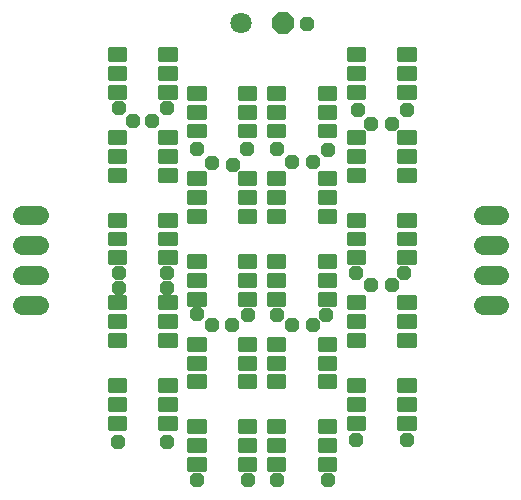
<source format=gts>
G75*
%MOIN*%
%OFA0B0*%
%FSLAX25Y25*%
%IPPOS*%
%LPD*%
%AMOC8*
5,1,8,0,0,1.08239X$1,22.5*
%
%ADD10C,0.01214*%
%ADD11C,0.06400*%
%ADD12OC8,0.07100*%
%ADD13C,0.07100*%
%ADD14OC8,0.04762*%
D10*
X0071944Y0030098D02*
X0077080Y0030098D01*
X0071944Y0030098D02*
X0071944Y0033738D01*
X0077080Y0033738D01*
X0077080Y0030098D01*
X0077080Y0031311D02*
X0071944Y0031311D01*
X0071944Y0032524D02*
X0077080Y0032524D01*
X0077080Y0033737D02*
X0071944Y0033737D01*
X0071944Y0036397D02*
X0077080Y0036397D01*
X0071944Y0036397D02*
X0071944Y0040037D01*
X0077080Y0040037D01*
X0077080Y0036397D01*
X0077080Y0037610D02*
X0071944Y0037610D01*
X0071944Y0038823D02*
X0077080Y0038823D01*
X0077080Y0040036D02*
X0071944Y0040036D01*
X0071944Y0042697D02*
X0077080Y0042697D01*
X0071944Y0042697D02*
X0071944Y0046337D01*
X0077080Y0046337D01*
X0077080Y0042697D01*
X0077080Y0043910D02*
X0071944Y0043910D01*
X0071944Y0045123D02*
X0077080Y0045123D01*
X0077080Y0046336D02*
X0071944Y0046336D01*
X0067434Y0043878D02*
X0062298Y0043878D01*
X0062298Y0047518D01*
X0067434Y0047518D01*
X0067434Y0043878D01*
X0067434Y0045091D02*
X0062298Y0045091D01*
X0062298Y0046304D02*
X0067434Y0046304D01*
X0067434Y0047517D02*
X0062298Y0047517D01*
X0062298Y0050177D02*
X0067434Y0050177D01*
X0062298Y0050177D02*
X0062298Y0053817D01*
X0067434Y0053817D01*
X0067434Y0050177D01*
X0067434Y0051390D02*
X0062298Y0051390D01*
X0062298Y0052603D02*
X0067434Y0052603D01*
X0067434Y0053816D02*
X0062298Y0053816D01*
X0062298Y0056476D02*
X0067434Y0056476D01*
X0062298Y0056476D02*
X0062298Y0060116D01*
X0067434Y0060116D01*
X0067434Y0056476D01*
X0067434Y0057689D02*
X0062298Y0057689D01*
X0062298Y0058902D02*
X0067434Y0058902D01*
X0067434Y0060115D02*
X0062298Y0060115D01*
X0071944Y0061297D02*
X0077080Y0061297D01*
X0077080Y0057657D01*
X0071944Y0057657D01*
X0071944Y0061297D01*
X0071944Y0058870D02*
X0077080Y0058870D01*
X0077080Y0060083D02*
X0071944Y0060083D01*
X0071944Y0061296D02*
X0077080Y0061296D01*
X0077080Y0067596D02*
X0071944Y0067596D01*
X0077080Y0067596D02*
X0077080Y0063956D01*
X0071944Y0063956D01*
X0071944Y0067596D01*
X0071944Y0065169D02*
X0077080Y0065169D01*
X0077080Y0066382D02*
X0071944Y0066382D01*
X0071944Y0067595D02*
X0077080Y0067595D01*
X0077080Y0073896D02*
X0071944Y0073896D01*
X0077080Y0073896D02*
X0077080Y0070256D01*
X0071944Y0070256D01*
X0071944Y0073896D01*
X0071944Y0071469D02*
X0077080Y0071469D01*
X0077080Y0072682D02*
X0071944Y0072682D01*
X0071944Y0073895D02*
X0077080Y0073895D01*
X0067434Y0075077D02*
X0062298Y0075077D01*
X0067434Y0075077D02*
X0067434Y0071437D01*
X0062298Y0071437D01*
X0062298Y0075077D01*
X0062298Y0072650D02*
X0067434Y0072650D01*
X0067434Y0073863D02*
X0062298Y0073863D01*
X0062298Y0075076D02*
X0067434Y0075076D01*
X0067434Y0081376D02*
X0062298Y0081376D01*
X0067434Y0081376D02*
X0067434Y0077736D01*
X0062298Y0077736D01*
X0062298Y0081376D01*
X0062298Y0078949D02*
X0067434Y0078949D01*
X0067434Y0080162D02*
X0062298Y0080162D01*
X0062298Y0081375D02*
X0067434Y0081375D01*
X0067434Y0087675D02*
X0062298Y0087675D01*
X0067434Y0087675D02*
X0067434Y0084035D01*
X0062298Y0084035D01*
X0062298Y0087675D01*
X0062298Y0085248D02*
X0067434Y0085248D01*
X0067434Y0086461D02*
X0062298Y0086461D01*
X0062298Y0087674D02*
X0067434Y0087674D01*
X0071944Y0085216D02*
X0077080Y0085216D01*
X0071944Y0085216D02*
X0071944Y0088856D01*
X0077080Y0088856D01*
X0077080Y0085216D01*
X0077080Y0086429D02*
X0071944Y0086429D01*
X0071944Y0087642D02*
X0077080Y0087642D01*
X0077080Y0088855D02*
X0071944Y0088855D01*
X0071944Y0091515D02*
X0077080Y0091515D01*
X0071944Y0091515D02*
X0071944Y0095155D01*
X0077080Y0095155D01*
X0077080Y0091515D01*
X0077080Y0092728D02*
X0071944Y0092728D01*
X0071944Y0093941D02*
X0077080Y0093941D01*
X0077080Y0095154D02*
X0071944Y0095154D01*
X0071944Y0097815D02*
X0077080Y0097815D01*
X0071944Y0097815D02*
X0071944Y0101455D01*
X0077080Y0101455D01*
X0077080Y0097815D01*
X0077080Y0099028D02*
X0071944Y0099028D01*
X0071944Y0100241D02*
X0077080Y0100241D01*
X0077080Y0101454D02*
X0071944Y0101454D01*
X0067434Y0098996D02*
X0062298Y0098996D01*
X0062298Y0102636D01*
X0067434Y0102636D01*
X0067434Y0098996D01*
X0067434Y0100209D02*
X0062298Y0100209D01*
X0062298Y0101422D02*
X0067434Y0101422D01*
X0067434Y0102635D02*
X0062298Y0102635D01*
X0062298Y0105295D02*
X0067434Y0105295D01*
X0062298Y0105295D02*
X0062298Y0108935D01*
X0067434Y0108935D01*
X0067434Y0105295D01*
X0067434Y0106508D02*
X0062298Y0106508D01*
X0062298Y0107721D02*
X0067434Y0107721D01*
X0067434Y0108934D02*
X0062298Y0108934D01*
X0062298Y0111594D02*
X0067434Y0111594D01*
X0062298Y0111594D02*
X0062298Y0115234D01*
X0067434Y0115234D01*
X0067434Y0111594D01*
X0067434Y0112807D02*
X0062298Y0112807D01*
X0062298Y0114020D02*
X0067434Y0114020D01*
X0067434Y0115233D02*
X0062298Y0115233D01*
X0071944Y0116415D02*
X0077080Y0116415D01*
X0077080Y0112775D01*
X0071944Y0112775D01*
X0071944Y0116415D01*
X0071944Y0113988D02*
X0077080Y0113988D01*
X0077080Y0115201D02*
X0071944Y0115201D01*
X0071944Y0116414D02*
X0077080Y0116414D01*
X0077080Y0122714D02*
X0071944Y0122714D01*
X0077080Y0122714D02*
X0077080Y0119074D01*
X0071944Y0119074D01*
X0071944Y0122714D01*
X0071944Y0120287D02*
X0077080Y0120287D01*
X0077080Y0121500D02*
X0071944Y0121500D01*
X0071944Y0122713D02*
X0077080Y0122713D01*
X0077080Y0129014D02*
X0071944Y0129014D01*
X0077080Y0129014D02*
X0077080Y0125374D01*
X0071944Y0125374D01*
X0071944Y0129014D01*
X0071944Y0126587D02*
X0077080Y0126587D01*
X0077080Y0127800D02*
X0071944Y0127800D01*
X0071944Y0129013D02*
X0077080Y0129013D01*
X0067434Y0130195D02*
X0062298Y0130195D01*
X0067434Y0130195D02*
X0067434Y0126555D01*
X0062298Y0126555D01*
X0062298Y0130195D01*
X0062298Y0127768D02*
X0067434Y0127768D01*
X0067434Y0128981D02*
X0062298Y0128981D01*
X0062298Y0130194D02*
X0067434Y0130194D01*
X0067434Y0136494D02*
X0062298Y0136494D01*
X0067434Y0136494D02*
X0067434Y0132854D01*
X0062298Y0132854D01*
X0062298Y0136494D01*
X0062298Y0134067D02*
X0067434Y0134067D01*
X0067434Y0135280D02*
X0062298Y0135280D01*
X0062298Y0136493D02*
X0067434Y0136493D01*
X0067434Y0142793D02*
X0062298Y0142793D01*
X0067434Y0142793D02*
X0067434Y0139153D01*
X0062298Y0139153D01*
X0062298Y0142793D01*
X0062298Y0140366D02*
X0067434Y0140366D01*
X0067434Y0141579D02*
X0062298Y0141579D01*
X0062298Y0142792D02*
X0067434Y0142792D01*
X0071944Y0141319D02*
X0077080Y0141319D01*
X0071944Y0141319D02*
X0071944Y0144959D01*
X0077080Y0144959D01*
X0077080Y0141319D01*
X0077080Y0142532D02*
X0071944Y0142532D01*
X0071944Y0143745D02*
X0077080Y0143745D01*
X0077080Y0144958D02*
X0071944Y0144958D01*
X0071944Y0147618D02*
X0077080Y0147618D01*
X0071944Y0147618D02*
X0071944Y0151258D01*
X0077080Y0151258D01*
X0077080Y0147618D01*
X0077080Y0148831D02*
X0071944Y0148831D01*
X0071944Y0150044D02*
X0077080Y0150044D01*
X0077080Y0151257D02*
X0071944Y0151257D01*
X0071944Y0153917D02*
X0077080Y0153917D01*
X0071944Y0153917D02*
X0071944Y0157557D01*
X0077080Y0157557D01*
X0077080Y0153917D01*
X0077080Y0155130D02*
X0071944Y0155130D01*
X0071944Y0156343D02*
X0077080Y0156343D01*
X0077080Y0157556D02*
X0071944Y0157556D01*
X0067434Y0154114D02*
X0062298Y0154114D01*
X0062298Y0157754D01*
X0067434Y0157754D01*
X0067434Y0154114D01*
X0067434Y0155327D02*
X0062298Y0155327D01*
X0062298Y0156540D02*
X0067434Y0156540D01*
X0067434Y0157753D02*
X0062298Y0157753D01*
X0062298Y0160413D02*
X0067434Y0160413D01*
X0062298Y0160413D02*
X0062298Y0164053D01*
X0067434Y0164053D01*
X0067434Y0160413D01*
X0067434Y0161626D02*
X0062298Y0161626D01*
X0062298Y0162839D02*
X0067434Y0162839D01*
X0067434Y0164052D02*
X0062298Y0164052D01*
X0062298Y0166712D02*
X0067434Y0166712D01*
X0062298Y0166712D02*
X0062298Y0170352D01*
X0067434Y0170352D01*
X0067434Y0166712D01*
X0067434Y0167925D02*
X0062298Y0167925D01*
X0062298Y0169138D02*
X0067434Y0169138D01*
X0067434Y0170351D02*
X0062298Y0170351D01*
X0050505Y0166712D02*
X0045369Y0166712D01*
X0045369Y0170352D01*
X0050505Y0170352D01*
X0050505Y0166712D01*
X0050505Y0167925D02*
X0045369Y0167925D01*
X0045369Y0169138D02*
X0050505Y0169138D01*
X0050505Y0170351D02*
X0045369Y0170351D01*
X0045369Y0160413D02*
X0050505Y0160413D01*
X0045369Y0160413D02*
X0045369Y0164053D01*
X0050505Y0164053D01*
X0050505Y0160413D01*
X0050505Y0161626D02*
X0045369Y0161626D01*
X0045369Y0162839D02*
X0050505Y0162839D01*
X0050505Y0164052D02*
X0045369Y0164052D01*
X0045369Y0154114D02*
X0050505Y0154114D01*
X0045369Y0154114D02*
X0045369Y0157754D01*
X0050505Y0157754D01*
X0050505Y0154114D01*
X0050505Y0155327D02*
X0045369Y0155327D01*
X0045369Y0156540D02*
X0050505Y0156540D01*
X0050505Y0157753D02*
X0045369Y0157753D01*
X0045369Y0142793D02*
X0050505Y0142793D01*
X0050505Y0139153D01*
X0045369Y0139153D01*
X0045369Y0142793D01*
X0045369Y0140366D02*
X0050505Y0140366D01*
X0050505Y0141579D02*
X0045369Y0141579D01*
X0045369Y0142792D02*
X0050505Y0142792D01*
X0050505Y0136494D02*
X0045369Y0136494D01*
X0050505Y0136494D02*
X0050505Y0132854D01*
X0045369Y0132854D01*
X0045369Y0136494D01*
X0045369Y0134067D02*
X0050505Y0134067D01*
X0050505Y0135280D02*
X0045369Y0135280D01*
X0045369Y0136493D02*
X0050505Y0136493D01*
X0050505Y0130195D02*
X0045369Y0130195D01*
X0050505Y0130195D02*
X0050505Y0126555D01*
X0045369Y0126555D01*
X0045369Y0130195D01*
X0045369Y0127768D02*
X0050505Y0127768D01*
X0050505Y0128981D02*
X0045369Y0128981D01*
X0045369Y0130194D02*
X0050505Y0130194D01*
X0050505Y0111594D02*
X0045369Y0111594D01*
X0045369Y0115234D01*
X0050505Y0115234D01*
X0050505Y0111594D01*
X0050505Y0112807D02*
X0045369Y0112807D01*
X0045369Y0114020D02*
X0050505Y0114020D01*
X0050505Y0115233D02*
X0045369Y0115233D01*
X0045369Y0105295D02*
X0050505Y0105295D01*
X0045369Y0105295D02*
X0045369Y0108935D01*
X0050505Y0108935D01*
X0050505Y0105295D01*
X0050505Y0106508D02*
X0045369Y0106508D01*
X0045369Y0107721D02*
X0050505Y0107721D01*
X0050505Y0108934D02*
X0045369Y0108934D01*
X0045369Y0098996D02*
X0050505Y0098996D01*
X0045369Y0098996D02*
X0045369Y0102636D01*
X0050505Y0102636D01*
X0050505Y0098996D01*
X0050505Y0100209D02*
X0045369Y0100209D01*
X0045369Y0101422D02*
X0050505Y0101422D01*
X0050505Y0102635D02*
X0045369Y0102635D01*
X0045369Y0087675D02*
X0050505Y0087675D01*
X0050505Y0084035D01*
X0045369Y0084035D01*
X0045369Y0087675D01*
X0045369Y0085248D02*
X0050505Y0085248D01*
X0050505Y0086461D02*
X0045369Y0086461D01*
X0045369Y0087674D02*
X0050505Y0087674D01*
X0050505Y0081376D02*
X0045369Y0081376D01*
X0050505Y0081376D02*
X0050505Y0077736D01*
X0045369Y0077736D01*
X0045369Y0081376D01*
X0045369Y0078949D02*
X0050505Y0078949D01*
X0050505Y0080162D02*
X0045369Y0080162D01*
X0045369Y0081375D02*
X0050505Y0081375D01*
X0050505Y0075077D02*
X0045369Y0075077D01*
X0050505Y0075077D02*
X0050505Y0071437D01*
X0045369Y0071437D01*
X0045369Y0075077D01*
X0045369Y0072650D02*
X0050505Y0072650D01*
X0050505Y0073863D02*
X0045369Y0073863D01*
X0045369Y0075076D02*
X0050505Y0075076D01*
X0050505Y0056476D02*
X0045369Y0056476D01*
X0045369Y0060116D01*
X0050505Y0060116D01*
X0050505Y0056476D01*
X0050505Y0057689D02*
X0045369Y0057689D01*
X0045369Y0058902D02*
X0050505Y0058902D01*
X0050505Y0060115D02*
X0045369Y0060115D01*
X0045369Y0050177D02*
X0050505Y0050177D01*
X0045369Y0050177D02*
X0045369Y0053817D01*
X0050505Y0053817D01*
X0050505Y0050177D01*
X0050505Y0051390D02*
X0045369Y0051390D01*
X0045369Y0052603D02*
X0050505Y0052603D01*
X0050505Y0053816D02*
X0045369Y0053816D01*
X0045369Y0043878D02*
X0050505Y0043878D01*
X0045369Y0043878D02*
X0045369Y0047518D01*
X0050505Y0047518D01*
X0050505Y0043878D01*
X0050505Y0045091D02*
X0045369Y0045091D01*
X0045369Y0046304D02*
X0050505Y0046304D01*
X0050505Y0047517D02*
X0045369Y0047517D01*
X0088873Y0042697D02*
X0094009Y0042697D01*
X0088873Y0042697D02*
X0088873Y0046337D01*
X0094009Y0046337D01*
X0094009Y0042697D01*
X0094009Y0043910D02*
X0088873Y0043910D01*
X0088873Y0045123D02*
X0094009Y0045123D01*
X0094009Y0046336D02*
X0088873Y0046336D01*
X0088873Y0036397D02*
X0094009Y0036397D01*
X0088873Y0036397D02*
X0088873Y0040037D01*
X0094009Y0040037D01*
X0094009Y0036397D01*
X0094009Y0037610D02*
X0088873Y0037610D01*
X0088873Y0038823D02*
X0094009Y0038823D01*
X0094009Y0040036D02*
X0088873Y0040036D01*
X0098519Y0036397D02*
X0103655Y0036397D01*
X0098519Y0036397D02*
X0098519Y0040037D01*
X0103655Y0040037D01*
X0103655Y0036397D01*
X0103655Y0037610D02*
X0098519Y0037610D01*
X0098519Y0038823D02*
X0103655Y0038823D01*
X0103655Y0040036D02*
X0098519Y0040036D01*
X0098519Y0042697D02*
X0103655Y0042697D01*
X0098519Y0042697D02*
X0098519Y0046337D01*
X0103655Y0046337D01*
X0103655Y0042697D01*
X0103655Y0043910D02*
X0098519Y0043910D01*
X0098519Y0045123D02*
X0103655Y0045123D01*
X0103655Y0046336D02*
X0098519Y0046336D01*
X0115448Y0042697D02*
X0120584Y0042697D01*
X0115448Y0042697D02*
X0115448Y0046337D01*
X0120584Y0046337D01*
X0120584Y0042697D01*
X0120584Y0043910D02*
X0115448Y0043910D01*
X0115448Y0045123D02*
X0120584Y0045123D01*
X0120584Y0046336D02*
X0115448Y0046336D01*
X0115448Y0036397D02*
X0120584Y0036397D01*
X0115448Y0036397D02*
X0115448Y0040037D01*
X0120584Y0040037D01*
X0120584Y0036397D01*
X0120584Y0037610D02*
X0115448Y0037610D01*
X0115448Y0038823D02*
X0120584Y0038823D01*
X0120584Y0040036D02*
X0115448Y0040036D01*
X0125093Y0043878D02*
X0130229Y0043878D01*
X0125093Y0043878D02*
X0125093Y0047518D01*
X0130229Y0047518D01*
X0130229Y0043878D01*
X0130229Y0045091D02*
X0125093Y0045091D01*
X0125093Y0046304D02*
X0130229Y0046304D01*
X0130229Y0047517D02*
X0125093Y0047517D01*
X0125093Y0050177D02*
X0130229Y0050177D01*
X0125093Y0050177D02*
X0125093Y0053817D01*
X0130229Y0053817D01*
X0130229Y0050177D01*
X0130229Y0051390D02*
X0125093Y0051390D01*
X0125093Y0052603D02*
X0130229Y0052603D01*
X0130229Y0053816D02*
X0125093Y0053816D01*
X0125093Y0056476D02*
X0130229Y0056476D01*
X0125093Y0056476D02*
X0125093Y0060116D01*
X0130229Y0060116D01*
X0130229Y0056476D01*
X0130229Y0057689D02*
X0125093Y0057689D01*
X0125093Y0058902D02*
X0130229Y0058902D01*
X0130229Y0060115D02*
X0125093Y0060115D01*
X0120584Y0061297D02*
X0115448Y0061297D01*
X0120584Y0061297D02*
X0120584Y0057657D01*
X0115448Y0057657D01*
X0115448Y0061297D01*
X0115448Y0058870D02*
X0120584Y0058870D01*
X0120584Y0060083D02*
X0115448Y0060083D01*
X0115448Y0061296D02*
X0120584Y0061296D01*
X0120584Y0067596D02*
X0115448Y0067596D01*
X0120584Y0067596D02*
X0120584Y0063956D01*
X0115448Y0063956D01*
X0115448Y0067596D01*
X0115448Y0065169D02*
X0120584Y0065169D01*
X0120584Y0066382D02*
X0115448Y0066382D01*
X0115448Y0067595D02*
X0120584Y0067595D01*
X0120584Y0073896D02*
X0115448Y0073896D01*
X0120584Y0073896D02*
X0120584Y0070256D01*
X0115448Y0070256D01*
X0115448Y0073896D01*
X0115448Y0071469D02*
X0120584Y0071469D01*
X0120584Y0072682D02*
X0115448Y0072682D01*
X0115448Y0073895D02*
X0120584Y0073895D01*
X0125093Y0075077D02*
X0130229Y0075077D01*
X0130229Y0071437D01*
X0125093Y0071437D01*
X0125093Y0075077D01*
X0125093Y0072650D02*
X0130229Y0072650D01*
X0130229Y0073863D02*
X0125093Y0073863D01*
X0125093Y0075076D02*
X0130229Y0075076D01*
X0130229Y0081376D02*
X0125093Y0081376D01*
X0130229Y0081376D02*
X0130229Y0077736D01*
X0125093Y0077736D01*
X0125093Y0081376D01*
X0125093Y0078949D02*
X0130229Y0078949D01*
X0130229Y0080162D02*
X0125093Y0080162D01*
X0125093Y0081375D02*
X0130229Y0081375D01*
X0130229Y0087675D02*
X0125093Y0087675D01*
X0130229Y0087675D02*
X0130229Y0084035D01*
X0125093Y0084035D01*
X0125093Y0087675D01*
X0125093Y0085248D02*
X0130229Y0085248D01*
X0130229Y0086461D02*
X0125093Y0086461D01*
X0125093Y0087674D02*
X0130229Y0087674D01*
X0120584Y0085216D02*
X0115448Y0085216D01*
X0115448Y0088856D01*
X0120584Y0088856D01*
X0120584Y0085216D01*
X0120584Y0086429D02*
X0115448Y0086429D01*
X0115448Y0087642D02*
X0120584Y0087642D01*
X0120584Y0088855D02*
X0115448Y0088855D01*
X0115448Y0091515D02*
X0120584Y0091515D01*
X0115448Y0091515D02*
X0115448Y0095155D01*
X0120584Y0095155D01*
X0120584Y0091515D01*
X0120584Y0092728D02*
X0115448Y0092728D01*
X0115448Y0093941D02*
X0120584Y0093941D01*
X0120584Y0095154D02*
X0115448Y0095154D01*
X0115448Y0097815D02*
X0120584Y0097815D01*
X0115448Y0097815D02*
X0115448Y0101455D01*
X0120584Y0101455D01*
X0120584Y0097815D01*
X0120584Y0099028D02*
X0115448Y0099028D01*
X0115448Y0100241D02*
X0120584Y0100241D01*
X0120584Y0101454D02*
X0115448Y0101454D01*
X0125093Y0098996D02*
X0130229Y0098996D01*
X0125093Y0098996D02*
X0125093Y0102636D01*
X0130229Y0102636D01*
X0130229Y0098996D01*
X0130229Y0100209D02*
X0125093Y0100209D01*
X0125093Y0101422D02*
X0130229Y0101422D01*
X0130229Y0102635D02*
X0125093Y0102635D01*
X0125093Y0105295D02*
X0130229Y0105295D01*
X0125093Y0105295D02*
X0125093Y0108935D01*
X0130229Y0108935D01*
X0130229Y0105295D01*
X0130229Y0106508D02*
X0125093Y0106508D01*
X0125093Y0107721D02*
X0130229Y0107721D01*
X0130229Y0108934D02*
X0125093Y0108934D01*
X0125093Y0111594D02*
X0130229Y0111594D01*
X0125093Y0111594D02*
X0125093Y0115234D01*
X0130229Y0115234D01*
X0130229Y0111594D01*
X0130229Y0112807D02*
X0125093Y0112807D01*
X0125093Y0114020D02*
X0130229Y0114020D01*
X0130229Y0115233D02*
X0125093Y0115233D01*
X0120584Y0116415D02*
X0115448Y0116415D01*
X0120584Y0116415D02*
X0120584Y0112775D01*
X0115448Y0112775D01*
X0115448Y0116415D01*
X0115448Y0113988D02*
X0120584Y0113988D01*
X0120584Y0115201D02*
X0115448Y0115201D01*
X0115448Y0116414D02*
X0120584Y0116414D01*
X0120584Y0122714D02*
X0115448Y0122714D01*
X0120584Y0122714D02*
X0120584Y0119074D01*
X0115448Y0119074D01*
X0115448Y0122714D01*
X0115448Y0120287D02*
X0120584Y0120287D01*
X0120584Y0121500D02*
X0115448Y0121500D01*
X0115448Y0122713D02*
X0120584Y0122713D01*
X0120584Y0129014D02*
X0115448Y0129014D01*
X0120584Y0129014D02*
X0120584Y0125374D01*
X0115448Y0125374D01*
X0115448Y0129014D01*
X0115448Y0126587D02*
X0120584Y0126587D01*
X0120584Y0127800D02*
X0115448Y0127800D01*
X0115448Y0129013D02*
X0120584Y0129013D01*
X0125093Y0130195D02*
X0130229Y0130195D01*
X0130229Y0126555D01*
X0125093Y0126555D01*
X0125093Y0130195D01*
X0125093Y0127768D02*
X0130229Y0127768D01*
X0130229Y0128981D02*
X0125093Y0128981D01*
X0125093Y0130194D02*
X0130229Y0130194D01*
X0130229Y0136494D02*
X0125093Y0136494D01*
X0130229Y0136494D02*
X0130229Y0132854D01*
X0125093Y0132854D01*
X0125093Y0136494D01*
X0125093Y0134067D02*
X0130229Y0134067D01*
X0130229Y0135280D02*
X0125093Y0135280D01*
X0125093Y0136493D02*
X0130229Y0136493D01*
X0130229Y0142793D02*
X0125093Y0142793D01*
X0130229Y0142793D02*
X0130229Y0139153D01*
X0125093Y0139153D01*
X0125093Y0142793D01*
X0125093Y0140366D02*
X0130229Y0140366D01*
X0130229Y0141579D02*
X0125093Y0141579D01*
X0125093Y0142792D02*
X0130229Y0142792D01*
X0120584Y0141319D02*
X0115448Y0141319D01*
X0115448Y0144959D01*
X0120584Y0144959D01*
X0120584Y0141319D01*
X0120584Y0142532D02*
X0115448Y0142532D01*
X0115448Y0143745D02*
X0120584Y0143745D01*
X0120584Y0144958D02*
X0115448Y0144958D01*
X0115448Y0147618D02*
X0120584Y0147618D01*
X0115448Y0147618D02*
X0115448Y0151258D01*
X0120584Y0151258D01*
X0120584Y0147618D01*
X0120584Y0148831D02*
X0115448Y0148831D01*
X0115448Y0150044D02*
X0120584Y0150044D01*
X0120584Y0151257D02*
X0115448Y0151257D01*
X0115448Y0153917D02*
X0120584Y0153917D01*
X0115448Y0153917D02*
X0115448Y0157557D01*
X0120584Y0157557D01*
X0120584Y0153917D01*
X0120584Y0155130D02*
X0115448Y0155130D01*
X0115448Y0156343D02*
X0120584Y0156343D01*
X0120584Y0157556D02*
X0115448Y0157556D01*
X0125093Y0154114D02*
X0130229Y0154114D01*
X0125093Y0154114D02*
X0125093Y0157754D01*
X0130229Y0157754D01*
X0130229Y0154114D01*
X0130229Y0155327D02*
X0125093Y0155327D01*
X0125093Y0156540D02*
X0130229Y0156540D01*
X0130229Y0157753D02*
X0125093Y0157753D01*
X0125093Y0160413D02*
X0130229Y0160413D01*
X0125093Y0160413D02*
X0125093Y0164053D01*
X0130229Y0164053D01*
X0130229Y0160413D01*
X0130229Y0161626D02*
X0125093Y0161626D01*
X0125093Y0162839D02*
X0130229Y0162839D01*
X0130229Y0164052D02*
X0125093Y0164052D01*
X0125093Y0166712D02*
X0130229Y0166712D01*
X0125093Y0166712D02*
X0125093Y0170352D01*
X0130229Y0170352D01*
X0130229Y0166712D01*
X0130229Y0167925D02*
X0125093Y0167925D01*
X0125093Y0169138D02*
X0130229Y0169138D01*
X0130229Y0170351D02*
X0125093Y0170351D01*
X0142023Y0166712D02*
X0147159Y0166712D01*
X0142023Y0166712D02*
X0142023Y0170352D01*
X0147159Y0170352D01*
X0147159Y0166712D01*
X0147159Y0167925D02*
X0142023Y0167925D01*
X0142023Y0169138D02*
X0147159Y0169138D01*
X0147159Y0170351D02*
X0142023Y0170351D01*
X0142023Y0160413D02*
X0147159Y0160413D01*
X0142023Y0160413D02*
X0142023Y0164053D01*
X0147159Y0164053D01*
X0147159Y0160413D01*
X0147159Y0161626D02*
X0142023Y0161626D01*
X0142023Y0162839D02*
X0147159Y0162839D01*
X0147159Y0164052D02*
X0142023Y0164052D01*
X0142023Y0154114D02*
X0147159Y0154114D01*
X0142023Y0154114D02*
X0142023Y0157754D01*
X0147159Y0157754D01*
X0147159Y0154114D01*
X0147159Y0155327D02*
X0142023Y0155327D01*
X0142023Y0156540D02*
X0147159Y0156540D01*
X0147159Y0157753D02*
X0142023Y0157753D01*
X0142023Y0142793D02*
X0147159Y0142793D01*
X0147159Y0139153D01*
X0142023Y0139153D01*
X0142023Y0142793D01*
X0142023Y0140366D02*
X0147159Y0140366D01*
X0147159Y0141579D02*
X0142023Y0141579D01*
X0142023Y0142792D02*
X0147159Y0142792D01*
X0147159Y0136494D02*
X0142023Y0136494D01*
X0147159Y0136494D02*
X0147159Y0132854D01*
X0142023Y0132854D01*
X0142023Y0136494D01*
X0142023Y0134067D02*
X0147159Y0134067D01*
X0147159Y0135280D02*
X0142023Y0135280D01*
X0142023Y0136493D02*
X0147159Y0136493D01*
X0147159Y0130195D02*
X0142023Y0130195D01*
X0147159Y0130195D02*
X0147159Y0126555D01*
X0142023Y0126555D01*
X0142023Y0130195D01*
X0142023Y0127768D02*
X0147159Y0127768D01*
X0147159Y0128981D02*
X0142023Y0128981D01*
X0142023Y0130194D02*
X0147159Y0130194D01*
X0147159Y0111594D02*
X0142023Y0111594D01*
X0142023Y0115234D01*
X0147159Y0115234D01*
X0147159Y0111594D01*
X0147159Y0112807D02*
X0142023Y0112807D01*
X0142023Y0114020D02*
X0147159Y0114020D01*
X0147159Y0115233D02*
X0142023Y0115233D01*
X0142023Y0105295D02*
X0147159Y0105295D01*
X0142023Y0105295D02*
X0142023Y0108935D01*
X0147159Y0108935D01*
X0147159Y0105295D01*
X0147159Y0106508D02*
X0142023Y0106508D01*
X0142023Y0107721D02*
X0147159Y0107721D01*
X0147159Y0108934D02*
X0142023Y0108934D01*
X0142023Y0098996D02*
X0147159Y0098996D01*
X0142023Y0098996D02*
X0142023Y0102636D01*
X0147159Y0102636D01*
X0147159Y0098996D01*
X0147159Y0100209D02*
X0142023Y0100209D01*
X0142023Y0101422D02*
X0147159Y0101422D01*
X0147159Y0102635D02*
X0142023Y0102635D01*
X0142023Y0087675D02*
X0147159Y0087675D01*
X0147159Y0084035D01*
X0142023Y0084035D01*
X0142023Y0087675D01*
X0142023Y0085248D02*
X0147159Y0085248D01*
X0147159Y0086461D02*
X0142023Y0086461D01*
X0142023Y0087674D02*
X0147159Y0087674D01*
X0147159Y0081376D02*
X0142023Y0081376D01*
X0147159Y0081376D02*
X0147159Y0077736D01*
X0142023Y0077736D01*
X0142023Y0081376D01*
X0142023Y0078949D02*
X0147159Y0078949D01*
X0147159Y0080162D02*
X0142023Y0080162D01*
X0142023Y0081375D02*
X0147159Y0081375D01*
X0147159Y0075077D02*
X0142023Y0075077D01*
X0147159Y0075077D02*
X0147159Y0071437D01*
X0142023Y0071437D01*
X0142023Y0075077D01*
X0142023Y0072650D02*
X0147159Y0072650D01*
X0147159Y0073863D02*
X0142023Y0073863D01*
X0142023Y0075076D02*
X0147159Y0075076D01*
X0147159Y0056476D02*
X0142023Y0056476D01*
X0142023Y0060116D01*
X0147159Y0060116D01*
X0147159Y0056476D01*
X0147159Y0057689D02*
X0142023Y0057689D01*
X0142023Y0058902D02*
X0147159Y0058902D01*
X0147159Y0060115D02*
X0142023Y0060115D01*
X0142023Y0050177D02*
X0147159Y0050177D01*
X0142023Y0050177D02*
X0142023Y0053817D01*
X0147159Y0053817D01*
X0147159Y0050177D01*
X0147159Y0051390D02*
X0142023Y0051390D01*
X0142023Y0052603D02*
X0147159Y0052603D01*
X0147159Y0053816D02*
X0142023Y0053816D01*
X0142023Y0043878D02*
X0147159Y0043878D01*
X0142023Y0043878D02*
X0142023Y0047518D01*
X0147159Y0047518D01*
X0147159Y0043878D01*
X0147159Y0045091D02*
X0142023Y0045091D01*
X0142023Y0046304D02*
X0147159Y0046304D01*
X0147159Y0047517D02*
X0142023Y0047517D01*
X0120584Y0030098D02*
X0115448Y0030098D01*
X0115448Y0033738D01*
X0120584Y0033738D01*
X0120584Y0030098D01*
X0120584Y0031311D02*
X0115448Y0031311D01*
X0115448Y0032524D02*
X0120584Y0032524D01*
X0120584Y0033737D02*
X0115448Y0033737D01*
X0103655Y0030098D02*
X0098519Y0030098D01*
X0098519Y0033738D01*
X0103655Y0033738D01*
X0103655Y0030098D01*
X0103655Y0031311D02*
X0098519Y0031311D01*
X0098519Y0032524D02*
X0103655Y0032524D01*
X0103655Y0033737D02*
X0098519Y0033737D01*
X0094009Y0030098D02*
X0088873Y0030098D01*
X0088873Y0033738D01*
X0094009Y0033738D01*
X0094009Y0030098D01*
X0094009Y0031311D02*
X0088873Y0031311D01*
X0088873Y0032524D02*
X0094009Y0032524D01*
X0094009Y0033737D02*
X0088873Y0033737D01*
X0088873Y0061297D02*
X0094009Y0061297D01*
X0094009Y0057657D01*
X0088873Y0057657D01*
X0088873Y0061297D01*
X0088873Y0058870D02*
X0094009Y0058870D01*
X0094009Y0060083D02*
X0088873Y0060083D01*
X0088873Y0061296D02*
X0094009Y0061296D01*
X0098519Y0061297D02*
X0103655Y0061297D01*
X0103655Y0057657D01*
X0098519Y0057657D01*
X0098519Y0061297D01*
X0098519Y0058870D02*
X0103655Y0058870D01*
X0103655Y0060083D02*
X0098519Y0060083D01*
X0098519Y0061296D02*
X0103655Y0061296D01*
X0103655Y0067596D02*
X0098519Y0067596D01*
X0103655Y0067596D02*
X0103655Y0063956D01*
X0098519Y0063956D01*
X0098519Y0067596D01*
X0098519Y0065169D02*
X0103655Y0065169D01*
X0103655Y0066382D02*
X0098519Y0066382D01*
X0098519Y0067595D02*
X0103655Y0067595D01*
X0103655Y0073896D02*
X0098519Y0073896D01*
X0103655Y0073896D02*
X0103655Y0070256D01*
X0098519Y0070256D01*
X0098519Y0073896D01*
X0098519Y0071469D02*
X0103655Y0071469D01*
X0103655Y0072682D02*
X0098519Y0072682D01*
X0098519Y0073895D02*
X0103655Y0073895D01*
X0094009Y0073896D02*
X0088873Y0073896D01*
X0094009Y0073896D02*
X0094009Y0070256D01*
X0088873Y0070256D01*
X0088873Y0073896D01*
X0088873Y0071469D02*
X0094009Y0071469D01*
X0094009Y0072682D02*
X0088873Y0072682D01*
X0088873Y0073895D02*
X0094009Y0073895D01*
X0094009Y0067596D02*
X0088873Y0067596D01*
X0094009Y0067596D02*
X0094009Y0063956D01*
X0088873Y0063956D01*
X0088873Y0067596D01*
X0088873Y0065169D02*
X0094009Y0065169D01*
X0094009Y0066382D02*
X0088873Y0066382D01*
X0088873Y0067595D02*
X0094009Y0067595D01*
X0094009Y0085216D02*
X0088873Y0085216D01*
X0088873Y0088856D01*
X0094009Y0088856D01*
X0094009Y0085216D01*
X0094009Y0086429D02*
X0088873Y0086429D01*
X0088873Y0087642D02*
X0094009Y0087642D01*
X0094009Y0088855D02*
X0088873Y0088855D01*
X0088873Y0091515D02*
X0094009Y0091515D01*
X0088873Y0091515D02*
X0088873Y0095155D01*
X0094009Y0095155D01*
X0094009Y0091515D01*
X0094009Y0092728D02*
X0088873Y0092728D01*
X0088873Y0093941D02*
X0094009Y0093941D01*
X0094009Y0095154D02*
X0088873Y0095154D01*
X0088873Y0097815D02*
X0094009Y0097815D01*
X0088873Y0097815D02*
X0088873Y0101455D01*
X0094009Y0101455D01*
X0094009Y0097815D01*
X0094009Y0099028D02*
X0088873Y0099028D01*
X0088873Y0100241D02*
X0094009Y0100241D01*
X0094009Y0101454D02*
X0088873Y0101454D01*
X0098519Y0097815D02*
X0103655Y0097815D01*
X0098519Y0097815D02*
X0098519Y0101455D01*
X0103655Y0101455D01*
X0103655Y0097815D01*
X0103655Y0099028D02*
X0098519Y0099028D01*
X0098519Y0100241D02*
X0103655Y0100241D01*
X0103655Y0101454D02*
X0098519Y0101454D01*
X0098519Y0091515D02*
X0103655Y0091515D01*
X0098519Y0091515D02*
X0098519Y0095155D01*
X0103655Y0095155D01*
X0103655Y0091515D01*
X0103655Y0092728D02*
X0098519Y0092728D01*
X0098519Y0093941D02*
X0103655Y0093941D01*
X0103655Y0095154D02*
X0098519Y0095154D01*
X0098519Y0085216D02*
X0103655Y0085216D01*
X0098519Y0085216D02*
X0098519Y0088856D01*
X0103655Y0088856D01*
X0103655Y0085216D01*
X0103655Y0086429D02*
X0098519Y0086429D01*
X0098519Y0087642D02*
X0103655Y0087642D01*
X0103655Y0088855D02*
X0098519Y0088855D01*
X0098519Y0116415D02*
X0103655Y0116415D01*
X0103655Y0112775D01*
X0098519Y0112775D01*
X0098519Y0116415D01*
X0098519Y0113988D02*
X0103655Y0113988D01*
X0103655Y0115201D02*
X0098519Y0115201D01*
X0098519Y0116414D02*
X0103655Y0116414D01*
X0103655Y0122714D02*
X0098519Y0122714D01*
X0103655Y0122714D02*
X0103655Y0119074D01*
X0098519Y0119074D01*
X0098519Y0122714D01*
X0098519Y0120287D02*
X0103655Y0120287D01*
X0103655Y0121500D02*
X0098519Y0121500D01*
X0098519Y0122713D02*
X0103655Y0122713D01*
X0103655Y0129014D02*
X0098519Y0129014D01*
X0103655Y0129014D02*
X0103655Y0125374D01*
X0098519Y0125374D01*
X0098519Y0129014D01*
X0098519Y0126587D02*
X0103655Y0126587D01*
X0103655Y0127800D02*
X0098519Y0127800D01*
X0098519Y0129013D02*
X0103655Y0129013D01*
X0094009Y0129014D02*
X0088873Y0129014D01*
X0094009Y0129014D02*
X0094009Y0125374D01*
X0088873Y0125374D01*
X0088873Y0129014D01*
X0088873Y0126587D02*
X0094009Y0126587D01*
X0094009Y0127800D02*
X0088873Y0127800D01*
X0088873Y0129013D02*
X0094009Y0129013D01*
X0094009Y0122714D02*
X0088873Y0122714D01*
X0094009Y0122714D02*
X0094009Y0119074D01*
X0088873Y0119074D01*
X0088873Y0122714D01*
X0088873Y0120287D02*
X0094009Y0120287D01*
X0094009Y0121500D02*
X0088873Y0121500D01*
X0088873Y0122713D02*
X0094009Y0122713D01*
X0094009Y0116415D02*
X0088873Y0116415D01*
X0094009Y0116415D02*
X0094009Y0112775D01*
X0088873Y0112775D01*
X0088873Y0116415D01*
X0088873Y0113988D02*
X0094009Y0113988D01*
X0094009Y0115201D02*
X0088873Y0115201D01*
X0088873Y0116414D02*
X0094009Y0116414D01*
X0094009Y0141319D02*
X0088873Y0141319D01*
X0088873Y0144959D01*
X0094009Y0144959D01*
X0094009Y0141319D01*
X0094009Y0142532D02*
X0088873Y0142532D01*
X0088873Y0143745D02*
X0094009Y0143745D01*
X0094009Y0144958D02*
X0088873Y0144958D01*
X0088873Y0147618D02*
X0094009Y0147618D01*
X0088873Y0147618D02*
X0088873Y0151258D01*
X0094009Y0151258D01*
X0094009Y0147618D01*
X0094009Y0148831D02*
X0088873Y0148831D01*
X0088873Y0150044D02*
X0094009Y0150044D01*
X0094009Y0151257D02*
X0088873Y0151257D01*
X0088873Y0153917D02*
X0094009Y0153917D01*
X0088873Y0153917D02*
X0088873Y0157557D01*
X0094009Y0157557D01*
X0094009Y0153917D01*
X0094009Y0155130D02*
X0088873Y0155130D01*
X0088873Y0156343D02*
X0094009Y0156343D01*
X0094009Y0157556D02*
X0088873Y0157556D01*
X0098519Y0153917D02*
X0103655Y0153917D01*
X0098519Y0153917D02*
X0098519Y0157557D01*
X0103655Y0157557D01*
X0103655Y0153917D01*
X0103655Y0155130D02*
X0098519Y0155130D01*
X0098519Y0156343D02*
X0103655Y0156343D01*
X0103655Y0157556D02*
X0098519Y0157556D01*
X0098519Y0147618D02*
X0103655Y0147618D01*
X0098519Y0147618D02*
X0098519Y0151258D01*
X0103655Y0151258D01*
X0103655Y0147618D01*
X0103655Y0148831D02*
X0098519Y0148831D01*
X0098519Y0150044D02*
X0103655Y0150044D01*
X0103655Y0151257D02*
X0098519Y0151257D01*
X0098519Y0141319D02*
X0103655Y0141319D01*
X0098519Y0141319D02*
X0098519Y0144959D01*
X0103655Y0144959D01*
X0103655Y0141319D01*
X0103655Y0142532D02*
X0098519Y0142532D01*
X0098519Y0143745D02*
X0103655Y0143745D01*
X0103655Y0144958D02*
X0098519Y0144958D01*
D11*
X0169743Y0115225D02*
X0175343Y0115225D01*
X0175343Y0105225D02*
X0169743Y0105225D01*
X0169743Y0095225D02*
X0175343Y0095225D01*
X0175343Y0085225D02*
X0169743Y0085225D01*
X0021800Y0085225D02*
X0016200Y0085225D01*
X0016200Y0095225D02*
X0021800Y0095225D01*
X0021800Y0105225D02*
X0016200Y0105225D01*
X0016200Y0115225D02*
X0021800Y0115225D01*
D12*
X0103264Y0178965D03*
D13*
X0089264Y0178965D03*
D14*
X0074563Y0026674D03*
X0091563Y0026674D03*
X0101063Y0026674D03*
X0118063Y0026674D03*
X0127563Y0040174D03*
X0144563Y0040174D03*
X0113189Y0078300D03*
X0117563Y0081674D03*
X0106189Y0078300D03*
X0101189Y0081800D03*
X0091689Y0081800D03*
X0086189Y0078300D03*
X0079689Y0078300D03*
X0074563Y0082174D03*
X0064563Y0090674D03*
X0064563Y0095674D03*
X0048689Y0095800D03*
X0048563Y0090674D03*
X0086689Y0131800D03*
X0079689Y0132300D03*
X0074563Y0137174D03*
X0091063Y0137174D03*
X0101063Y0137174D03*
X0106189Y0132800D03*
X0113189Y0132800D03*
X0118063Y0136674D03*
X0132689Y0145300D03*
X0139689Y0145300D03*
X0144563Y0150174D03*
X0128063Y0150174D03*
X0111063Y0178674D03*
X0064563Y0150674D03*
X0059689Y0146300D03*
X0053189Y0146300D03*
X0048463Y0150874D03*
X0127689Y0095800D03*
X0132689Y0091800D03*
X0139689Y0091800D03*
X0143689Y0095800D03*
X0064689Y0039300D03*
X0048189Y0039300D03*
M02*

</source>
